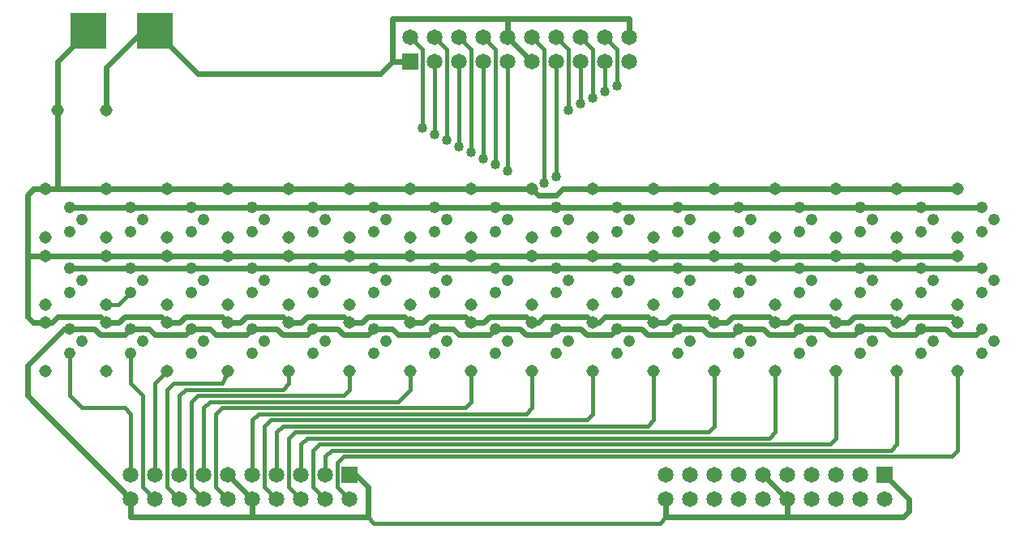
<source format=gtl>
G04 Output by ViewMate Deluxe V11.0.9  PentaLogix LLC*
G04 Tue Nov 11 15:55:57 2014*
%FSLAX33Y33*%
%MOMM*%
%IPPOS*%
%ADD10R,1.651X1.651*%
%ADD11C,1.651*%
%ADD12C,1.3081*%
%ADD13C,1.209*%
%ADD14R,3.81X3.81*%
%ADD15C,0.6096*%
%ADD108C,0.4064*%
%ADD109C,1.016*%

%LPD*%
X0Y0D2*D15*G1X75248Y10478D2*X75248Y8572D1*X87948Y8572*X98108Y13018D2*X100648Y10478D1*X100648Y9208*X100012Y8572*X87948Y8572*X87948Y10478*X85408Y13018*X48578Y42862D2*X54928Y42862D1*X61278Y42862*X61912Y42228*X63818Y42228*X64452Y42862*X67628Y42862*X73978Y42862*X80328Y42862*X86678Y42862*X93028Y42862*X99378Y42862*X105728Y42862*X108268Y40958D2*X101918Y40958D1*X95568Y40958*X89218Y40958*X82868Y40958*X76518Y40958*X70168Y40958*X63818Y40958*X57468Y40958*X51118Y40958*X44768Y40958*X38418Y40958*X32068Y40958*X25718Y40958*X19368Y40958*X13018Y40958*X11748Y42862D2*X16828Y42862D1*X23178Y42862*X29528Y42862*X35878Y42862*X42228Y42862*X48578Y42862*X48578Y56198D2*X46672Y56198D1*X71438Y58738D2*X71438Y60642D1*X58738Y60642*X61278Y56198D2*X58738Y58738D1*X58738Y60642*X46672Y60642*X46672Y56198*X45402Y54928*X26352Y54928*X21908Y59372*X20638Y59372*X16828Y55562*X16828Y51118*X14922Y59372D2*X11748Y56198D1*X11748Y51118*X11748Y42862*X10478Y42862*X9208Y42862*X8572Y42228*X8572Y35878*X13018Y34608D2*X19368Y34608D1*X25718Y34608*X32068Y34608*X38418Y34608*X44768Y34608*X51118Y34608*X57468Y34608*X63818Y34608*X70168Y34608*X76518Y34608*X82868Y34608*X89218Y34608*X95568Y34608*X101918Y34608*X108268Y34608*X105728Y35878D2*X99378Y35878D1*X93028Y35878*X86678Y35878*X80328Y35878*X73978Y35878*X67628Y35878*X61278Y35878*X54928Y35878*X48578Y35878*X42228Y35878*X35878Y35878*X29528Y35878*X23178Y35878*X16828Y35878*X10478Y35878*X8572Y35878*X8572Y29528*X9208Y28892*X10478Y28892*X11112Y28892*X11748Y29528*X16192Y29528*X16828Y28892*X18098Y28892*X18732Y29528*X22542Y29528*X23178Y28892*X24448Y28892*X25082Y29528*X28892Y29528*X29528Y28892*X30798Y28892*X31432Y29528*X35242Y29528*X35878Y28892*X37148Y28892*X37782Y29528*X41592Y29528*X42228Y28892*X43498Y28892*X44132Y29528*X47942Y29528*X48578Y28892*X49848Y28892*X50482Y29528*X54292Y29528*X54928Y28892*X56198Y28892*X56832Y29528*X60642Y29528*X61278Y28892*X61912Y28892*X62548Y29528*X66992Y29528*X67628Y28892*X68262Y28892*X68898Y29528*X73342Y29528*X73978Y28892*X75248Y28892*X75882Y29528*X79692Y29528*X80328Y28892*X81598Y28892*X82232Y29528*X86042Y29528*X86678Y28892*X87948Y28892*X88582Y29528*X92392Y29528*X93028Y28892*X94298Y28892*X94932Y29528*X98742Y29528*X99378Y28892*X100012Y28892*X100648Y29528*X105092Y29528*X105728Y28892*X108268Y28258D2*X107632Y27622D1*X105092Y27622*X104458Y28258*X101918Y28258*X101282Y27622*X98742Y27622*X98108Y28258*X95568Y28258*X94932Y27622*X92392Y27622*X91758Y28258*X89218Y28258*X88582Y27622*X86042Y27622*X85408Y28258*X82868Y28258*X82232Y27622*X79692Y27622*X79058Y28258*X76518Y28258*X75882Y27622*X73342Y27622*X72708Y28258*X70168Y28258*X69532Y27622*X66992Y27622*X66358Y28258*X63818Y28258*X63182Y27622*X60642Y27622*X60008Y28258*X57468Y28258*X56832Y27622*X53658Y27622*X53022Y28258*X51118Y28258*X50482Y27622*X47308Y27622*X46672Y28258*X44768Y28258*X44132Y27622*X41592Y27622*X40958Y28258*X38418Y28258*X37782Y27622*X35242Y27622*X34608Y28258*X32068Y28258*X31432Y27622*X28258Y27622*X27622Y28258*X25718Y28258*X25082Y27622*X21908Y27622*X21272Y28258*X19368Y28258*X18732Y27622*X16192Y27622*X15558Y28258*X13018Y28258*X12382Y28258*X8572Y24448*X8572Y21272*X19368Y10478*X19368Y8572*X42228Y13018D2*X42862Y13018D1*X44132Y11748*X44132Y8572*X32068Y8572*X29528Y13018D2*X32068Y10478D1*X32068Y8572*X19368Y8572*D108*X63818Y56198D2*X63818Y44132D1*X70168Y53658D2*X70168Y57468D1*X68898Y58738*X67628Y57468D2*X66358Y58738D1*X68898Y53022D2*X68898Y56198D1*X67628Y57468D2*X67628Y52388D1*X66358Y51752D2*X66358Y56198D1*X65088Y51118D2*X65088Y57468D1*X63818Y58738*X61278Y58738D2*X62548Y57468D1*X62548Y43498*X58738Y56198D2*X58738Y44768D1*X56198Y46038D2*X56198Y56198D1*X57468Y45402D2*X57468Y57468D1*X56198Y58738*X53658Y58738D2*X54928Y57468D1*X54928Y46672*X53658Y56198D2*X53658Y47308D1*X51118Y48578D2*X51118Y56198D1*X52388Y47942D2*X52388Y57468D1*X51118Y58738*X48578Y58738D2*X49848Y57468D1*X49848Y49212*X19368Y32068D2*X18098Y30798D1*X16828Y30798*X19368Y13018D2*X19368Y19368D1*X18732Y20002*X14288Y20002*X13018Y21272*X13018Y25718*X19368Y25718D2*X19368Y22542D1*X20638Y21272*X20638Y11748*X21908Y10478*X21908Y13018D2*X21908Y22542D1*X23178Y23812*X29528Y23812D2*X28892Y22542D1*X23812Y22542*X23178Y21908*X23178Y11748*X24448Y10478*X24448Y13018D2*X24448Y21272D1*X25082Y21908*X35242Y21908*X35878Y22542*X35878Y23812*X42228Y23812D2*X42228Y21908D1*X41592Y21272*X26352Y21272*X25718Y20638*X25718Y11748*X26988Y10478*X26988Y13018D2*X26988Y20002D1*X27622Y20638*X47308Y20638*X48578Y21908*X48578Y23812*X54928Y23812D2*X54928Y20638D1*X54292Y20002*X28892Y20002*X28258Y19368*X28258Y11748*X29528Y10478*X32068Y13018D2*X32068Y18732D1*X32702Y19368*X60642Y19368*X61278Y20002*X61278Y23812*X67628Y23812D2*X67628Y19368D1*X66992Y18732*X33972Y18732*X33338Y18098*X33338Y11748*X34608Y10478*X34608Y13018D2*X34608Y17462D1*X35242Y18098*X73342Y18098*X73978Y18732*X73978Y23812*X80328Y23812D2*X80328Y18098D1*X79692Y17462*X36512Y17462*X35878Y16828*X35878Y11748*X37148Y10478*X37148Y13018D2*X37148Y16192D1*X37782Y16828*X86042Y16828*X86678Y17462*X86678Y23812*X93028Y23812D2*X93028Y16828D1*X92392Y16192*X39052Y16192*X38418Y15558*X38418Y11748*X39688Y10478*X39688Y13018D2*X39688Y14922D1*X40322Y15558*X98742Y15558*X99378Y16192*X99378Y23812*X105728Y23812D2*X105728Y15558D1*X105092Y14922*X41592Y14922*X40958Y14288*X40958Y11748*X42228Y10478*X44132Y8572D2*X44768Y7938D1*X74612Y7938*X75248Y8572*D10*X48578Y56198D3*X98108Y13018D3*X42228Y13018D3*D11*X26988Y10478D3*X24448Y10478D3*X21908Y10478D3*X19368Y10478D3*X19368Y13018D3*X21908Y13018D3*X24448Y13018D3*X26988Y13018D3*X39688Y13018D3*X37148Y13018D3*X34608Y13018D3*X32068Y13018D3*X29528Y13018D3*X29528Y10478D3*X32068Y10478D3*X34608Y10478D3*X37148Y10478D3*X39688Y10478D3*X42228Y10478D3*X90488Y13018D3*X93028Y13018D3*X95568Y13018D3*X98108Y10478D3*X95568Y10478D3*X93028Y10478D3*X90488Y10478D3*X75248Y10478D3*X77788Y10478D3*X80328Y10478D3*X82868Y10478D3*X85408Y10478D3*X87948Y10478D3*X87948Y13018D3*X85408Y13018D3*X82868Y13018D3*X80328Y13018D3*X77788Y13018D3*X75248Y13018D3*X58738Y56198D3*X61278Y56198D3*X63818Y56198D3*X66358Y56198D3*X68898Y56198D3*X71438Y56198D3*X71438Y58738D3*X68898Y58738D3*X66358Y58738D3*X63818Y58738D3*X61278Y58738D3*X58738Y58738D3*X48578Y58738D3*X51118Y58738D3*X53658Y58738D3*X56198Y58738D3*X56198Y56198D3*X53658Y56198D3*X51118Y56198D3*D12*X11748Y51118D3*X16828Y51118D3*X29528Y35878D3*X29528Y37782D3*X35878Y37782D3*X35878Y35878D3*X42228Y35878D3*X42228Y37782D3*X48578Y37782D3*X48578Y35878D3*X54928Y35878D3*X54928Y37782D3*X61278Y37782D3*X61278Y35878D3*X67628Y35878D3*X67628Y37782D3*X73978Y37782D3*X73978Y35878D3*X80328Y35878D3*X80328Y37782D3*X86678Y37782D3*X86678Y35878D3*X93028Y35878D3*X93028Y37782D3*X99378Y37782D3*X99378Y35878D3*X105728Y35878D3*X105728Y37782D3*X105728Y42862D3*X99378Y42862D3*X93028Y42862D3*X86678Y42862D3*X80328Y42862D3*X73978Y42862D3*X67628Y42862D3*X61278Y42862D3*X54928Y42862D3*X48578Y42862D3*X42228Y42862D3*X35878Y42862D3*X29528Y42862D3*X23178Y42862D3*X16828Y42862D3*X10478Y42862D3*X10478Y37782D3*X10478Y35878D3*X16828Y35878D3*X16828Y37782D3*X23178Y37782D3*X23178Y35878D3*X23178Y23812D3*X16828Y23812D3*X10478Y23812D3*X10478Y28892D3*X10478Y30798D3*X16828Y30798D3*X16828Y28892D3*X23178Y28892D3*X23178Y30798D3*X29528Y30798D3*X29528Y28892D3*X35878Y28892D3*X35878Y30798D3*X42228Y30798D3*X42228Y28892D3*X48578Y28892D3*X48578Y30798D3*X54928Y30798D3*X54928Y28892D3*X61278Y28892D3*X61278Y30798D3*X67628Y30798D3*X67628Y28892D3*X73978Y28892D3*X73978Y30798D3*X80328Y30798D3*X80328Y28892D3*X86678Y28892D3*X86678Y30798D3*X93028Y30798D3*X93028Y28892D3*X99378Y28892D3*X99378Y30798D3*X105728Y30798D3*X105728Y28892D3*X105728Y23812D3*X99378Y23812D3*X93028Y23812D3*X86678Y23812D3*X80328Y23812D3*X73978Y23812D3*X67628Y23812D3*X61278Y23812D3*X54928Y23812D3*X48578Y23812D3*X42228Y23812D3*X35878Y23812D3*X29528Y23812D3*D13*X108268Y40958D3*X109538Y39688D3*X108268Y38418D3*X108268Y34608D3*X109538Y33338D3*X108268Y32068D3*X108268Y25718D3*X109538Y26988D3*X108268Y28258D3*X101918Y28258D3*X103188Y26988D3*X101918Y25718D3*X95568Y25718D3*X96838Y26988D3*X95568Y28258D3*X95568Y34608D3*X95568Y32068D3*X96838Y33338D3*X101918Y32068D3*X103188Y33338D3*X101918Y34608D3*X101918Y38418D3*X103188Y39688D3*X101918Y40958D3*X95568Y40958D3*X96838Y39688D3*X95568Y38418D3*X89218Y38418D3*X90488Y39688D3*X89218Y40958D3*X82868Y40958D3*X84138Y39688D3*X82868Y38418D3*X70168Y32068D3*X71438Y33338D3*X70168Y34608D3*X63818Y34608D3*X65088Y33338D3*X63818Y32068D3*X57468Y32068D3*X58738Y33338D3*X57468Y34608D3*X57468Y40958D3*X57468Y38418D3*X58738Y39688D3*X63818Y40958D3*X63818Y38418D3*X65088Y39688D3*X70168Y40958D3*X70168Y38418D3*X71438Y39688D3*X76518Y40958D3*X77788Y39688D3*X76518Y38418D3*X76518Y34608D3*X76518Y32068D3*X77788Y33338D3*X82868Y34608D3*X82868Y32068D3*X84138Y33338D3*X89218Y34608D3*X90488Y33338D3*X89218Y32068D3*X89218Y28258D3*X90488Y26988D3*X89218Y25718D3*X82868Y25718D3*X84138Y26988D3*X82868Y28258D3*X76518Y28258D3*X77788Y26988D3*X76518Y25718D3*X70168Y25718D3*X71438Y26988D3*X70168Y28258D3*X63818Y28258D3*X65088Y26988D3*X63818Y25718D3*X57468Y25718D3*X58738Y26988D3*X57468Y28258D3*X51118Y28258D3*X52388Y26988D3*X51118Y25718D3*X44768Y25718D3*X46038Y26988D3*X44768Y28258D3*X44768Y34608D3*X44768Y32068D3*X46038Y33338D3*X51118Y32068D3*X52388Y33338D3*X51118Y34608D3*X51118Y38418D3*X52388Y39688D3*X51118Y40958D3*X44768Y40958D3*X46038Y39688D3*X44768Y38418D3*X38418Y38418D3*X39688Y39688D3*X38418Y40958D3*X32068Y40958D3*X33338Y39688D3*X32068Y38418D3*X32068Y34608D3*X32068Y32068D3*X33338Y33338D3*X38418Y34608D3*X39688Y33338D3*X38418Y32068D3*X38418Y28258D3*X39688Y26988D3*X38418Y25718D3*X32068Y25718D3*X33338Y26988D3*X32068Y28258D3*X13018Y28258D3*X13018Y25718D3*X14288Y26988D3*X19368Y28258D3*X19368Y25718D3*X20638Y26988D3*X25718Y25718D3*X26988Y26988D3*X25718Y28258D3*X25718Y32068D3*X26988Y33338D3*X25718Y34608D3*X25718Y38418D3*X26988Y39688D3*X25718Y40958D3*X19368Y40958D3*X20638Y39688D3*X19368Y38418D3*X19368Y34608D3*X20638Y33338D3*X19368Y32068D3*X13018Y32068D3*X14288Y33338D3*X13018Y34608D3*X13018Y38418D3*X14288Y39688D3*X13018Y40958D3*D14*X14922Y59372D3*X21908Y59372D3*D109*X63818Y44132D3*X62548Y43498D3*X58738Y44768D3*X57468Y45402D3*X56198Y46038D3*X54928Y46672D3*X53658Y47308D3*X52388Y47942D3*X51118Y48578D3*X49848Y49212D3*X65088Y51118D3*X66358Y51752D3*X67628Y52388D3*X68898Y53022D3*X70168Y53658D3*X0Y0D2*M02*
</source>
